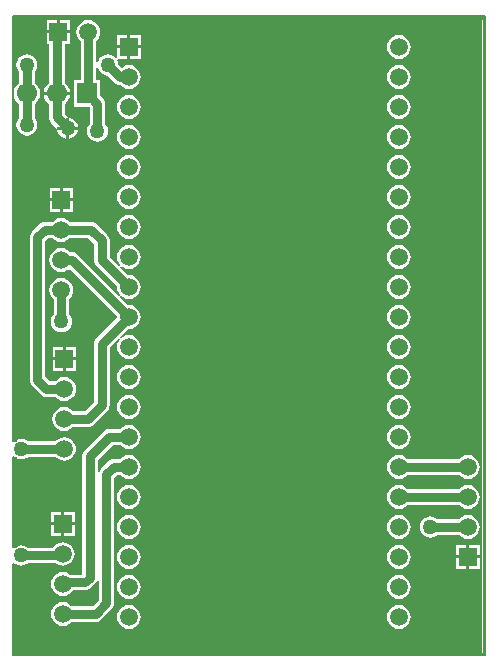
<source format=gbl>
%FSDAX24Y24*%
%MOIN*%
%SFA1B1*%

%IPPOS*%
%ADD11C,0.031500*%
%ADD12C,0.010000*%
%ADD13R,0.059100X0.059100*%
%ADD14C,0.059100*%
%ADD15R,0.059100X0.059100*%
%ADD16R,0.066900X0.066900*%
%ADD17C,0.066900*%
%ADD18C,0.050000*%
%ADD31C,0.005000*%
%LNcarteasserv-1*%
%LPD*%
G54D31*
X037525Y013031D02*
X037509Y013025D01*
X037510Y013025*
X021775*
Y016070*
X021787Y016074*
X021782Y016082*
X021860Y016022*
X021952Y015984*
X022050Y015971*
X022147Y015984*
X022239Y016022*
X022294Y016065*
X023195*
X023238Y016033*
X023340Y015990*
X023450Y015975*
X023559Y015990*
X023661Y016033*
X023749Y016100*
X023816Y016188*
X023859Y016290*
X023874Y016400*
X023859Y016509*
X023816Y016611*
X023749Y016699*
X023661Y016766*
X023559Y016809*
X023450Y016824*
X023340Y016809*
X023238Y016766*
X023150Y016699*
X023100Y016635*
X022294*
X022239Y016677*
X022147Y016715*
X022050Y016728*
X021952Y016715*
X021860Y016677*
X021782Y016617*
X021787Y016625*
X021775Y016629*
Y019620*
X021787Y019624*
X021782Y019632*
X021860Y019572*
X021952Y019534*
X022050Y019521*
X022147Y019534*
X022239Y019572*
X022294Y019615*
X023188*
X023200Y019600*
X023288Y019533*
X023390Y019490*
X023500Y019475*
X023609Y019490*
X023711Y019533*
X023799Y019600*
X023866Y019688*
X023909Y019790*
X023924Y019900*
X023909Y020009*
X023866Y020111*
X023799Y020199*
X023711Y020266*
X023609Y020309*
X023500Y020324*
X023390Y020309*
X023288Y020266*
X023200Y020199*
X023188Y020185*
X022294*
X022239Y020227*
X022147Y020265*
X022050Y020278*
X021952Y020265*
X021860Y020227*
X021782Y020167*
X021787Y020175*
X021775Y020179*
Y034310*
X021775Y034309*
X021781Y034325*
X037525*
Y013031*
G54D12*
X037475Y013065D02*
X037498Y013075D01*
X021825*
Y016034*
X021869Y016049*
X022040Y015820*
X021835Y015978*
X021939Y015935*
X022050Y015921*
X022160Y015935*
X022264Y015978*
X022311Y016015*
X023179*
X023213Y015989*
X023327Y015941*
X023450Y015925*
X023572Y015941*
X023686Y015989*
X023785Y016064*
X023860Y016163*
X023907Y016277*
X023924Y016400*
X023907Y016522*
X023860Y016636*
X023785Y016735*
X023686Y016810*
X023572Y016857*
X023450Y016874*
X023327Y016857*
X023213Y016810*
X023114Y016735*
X023075Y016685*
X022311*
X022264Y016721*
X022160Y016764*
X022050Y016778*
X021939Y016764*
X021835Y016721*
X022040Y016879*
X021869Y016650*
X021825Y016665*
Y019584*
X021869Y019599*
X022040Y019370*
X021835Y019528*
X021939Y019485*
X022050Y019471*
X022160Y019485*
X022264Y019528*
X022311Y019565*
X023164*
X023164Y019564*
X023263Y019489*
X023377Y019441*
X023500Y019425*
X023622Y019441*
X023736Y019489*
X023835Y019564*
X023910Y019663*
X023957Y019777*
X023974Y019900*
X023957Y020022*
X023910Y020136*
X023835Y020235*
X023736Y020310*
X023622Y020357*
X023500Y020374*
X023377Y020357*
X023263Y020310*
X023164Y020235*
X023164Y020235*
X022311*
X022264Y020271*
X022160Y020314*
X022050Y020328*
X021939Y020314*
X021835Y020271*
X022040Y020429*
X021869Y020200*
X021825Y020215*
Y034298*
X021815Y034275*
X037475*
Y013065*
X021870Y013080D02*
Y016030D01*
Y016680D02*
Y019590D01*
Y020220D02*
Y034250D01*
X021970Y013080D02*
Y015930D01*
Y016780D02*
Y019470D01*
Y020340D02*
Y034250D01*
X022070Y013080D02*
Y015910D01*
Y016800D02*
Y019470D01*
Y020340D02*
Y034250D01*
X022170Y013080D02*
Y015930D01*
Y016780D02*
Y019490D01*
Y020320D02*
Y034250D01*
X022270Y013080D02*
Y015970D01*
Y016740D02*
Y019530D01*
Y020280D02*
Y034250D01*
X022370Y013080D02*
Y015990D01*
Y016700D02*
Y019550D01*
Y020240D02*
Y034250D01*
X022470Y013080D02*
Y015990D01*
Y016700D02*
Y019550D01*
Y020240D02*
Y034250D01*
X022570Y013080D02*
Y015990D01*
Y016700D02*
Y019550D01*
Y020240D02*
Y034250D01*
X022670Y013080D02*
Y015990D01*
Y016700D02*
Y019550D01*
Y020240D02*
Y034250D01*
X022770Y013080D02*
Y015990D01*
Y016700D02*
Y019550D01*
Y020240D02*
Y034250D01*
X022870Y013080D02*
Y015990D01*
Y016700D02*
Y019550D01*
Y020240D02*
Y034250D01*
X022970Y013080D02*
Y015990D01*
Y016700D02*
Y019550D01*
Y020240D02*
Y034250D01*
X023070Y013080D02*
Y015990D01*
Y016700D02*
Y019550D01*
Y020240D02*
Y034250D01*
X023170Y013080D02*
Y015990D01*
Y016800D02*
Y019550D01*
Y020260D02*
Y034250D01*
X023270Y013080D02*
Y015950D01*
Y016860D02*
Y019470D01*
Y020340D02*
Y034250D01*
X023370Y013080D02*
Y015930D01*
Y016880D02*
Y019430D01*
Y020380D02*
Y034250D01*
X023470Y013080D02*
Y015930D01*
Y016880D02*
Y019430D01*
Y020380D02*
Y034250D01*
X023570Y013080D02*
Y015930D01*
Y016880D02*
Y019430D01*
Y020380D02*
Y034250D01*
X023670Y013080D02*
Y015970D01*
Y016840D02*
Y019450D01*
Y020360D02*
Y034250D01*
X023770Y013080D02*
Y016030D01*
Y016780D02*
Y019510D01*
Y020300D02*
Y034250D01*
X023870Y013080D02*
Y016170D01*
Y016640D02*
Y019590D01*
Y020220D02*
Y034250D01*
X023970Y013080D02*
Y034250D01*
X024070Y013080D02*
Y034250D01*
X024170Y013080D02*
Y034250D01*
X024270Y013080D02*
Y034250D01*
X024370Y013080D02*
Y034250D01*
X024470Y013080D02*
Y034250D01*
X024570Y013080D02*
Y034250D01*
X024670Y013080D02*
Y034250D01*
X024770Y013080D02*
Y034250D01*
X024870Y013080D02*
Y034250D01*
X024970Y013080D02*
Y034250D01*
X025070Y013080D02*
Y034250D01*
X025170Y013080D02*
Y034250D01*
X025270Y013080D02*
Y034250D01*
X025370Y013080D02*
Y034250D01*
X025470Y013080D02*
Y034250D01*
X025570Y013080D02*
Y034250D01*
X025670Y013080D02*
Y034250D01*
X025770Y013080D02*
Y034250D01*
X025870Y013080D02*
Y034250D01*
X025970Y013080D02*
Y034250D01*
X026070Y013080D02*
Y034250D01*
X026170Y013080D02*
Y034250D01*
X026270Y013080D02*
Y034250D01*
X026370Y013080D02*
Y034250D01*
X026470Y013080D02*
Y034250D01*
X026570Y013080D02*
Y034250D01*
X026670Y013080D02*
Y034250D01*
X026770Y013080D02*
Y034250D01*
X026870Y013080D02*
Y034250D01*
X026970Y013080D02*
Y034250D01*
X027070Y013080D02*
Y034250D01*
X027170Y013080D02*
Y034250D01*
X027270Y013080D02*
Y034250D01*
X027370Y013080D02*
Y034250D01*
X027470Y013080D02*
Y034250D01*
X027570Y013080D02*
Y034250D01*
X027670Y013080D02*
Y034250D01*
X027770Y013080D02*
Y034250D01*
X027870Y013080D02*
Y034250D01*
X027970Y013080D02*
Y034250D01*
X028070Y013080D02*
Y034250D01*
X028170Y013080D02*
Y034250D01*
X028270Y013080D02*
Y034250D01*
X028370Y013080D02*
Y034250D01*
X028470Y013080D02*
Y034250D01*
X028570Y013080D02*
Y034250D01*
X028670Y013080D02*
Y034250D01*
X028770Y013080D02*
Y034250D01*
X028870Y013080D02*
Y034250D01*
X028970Y013080D02*
Y034250D01*
X029070Y013080D02*
Y034250D01*
X029170Y013080D02*
Y034250D01*
X029270Y013080D02*
Y034250D01*
X029370Y013080D02*
Y034250D01*
X029470Y013080D02*
Y034250D01*
X029570Y013080D02*
Y034250D01*
X029670Y013080D02*
Y034250D01*
X029770Y013080D02*
Y034250D01*
X029870Y013080D02*
Y034250D01*
X029970Y013080D02*
Y034250D01*
X030070Y013080D02*
Y034250D01*
X030170Y013080D02*
Y034250D01*
X030270Y013080D02*
Y034250D01*
X030370Y013080D02*
Y034250D01*
X030470Y013080D02*
Y034250D01*
X030570Y013080D02*
Y034250D01*
X030670Y013080D02*
Y034250D01*
X030770Y013080D02*
Y034250D01*
X030870Y013080D02*
Y034250D01*
X030970Y013080D02*
Y034250D01*
X031070Y013080D02*
Y034250D01*
X031170Y013080D02*
Y034250D01*
X031270Y013080D02*
Y034250D01*
X031370Y013080D02*
Y034250D01*
X031470Y013080D02*
Y034250D01*
X031570Y013080D02*
Y034250D01*
X031670Y013080D02*
Y034250D01*
X031770Y013080D02*
Y034250D01*
X031870Y013080D02*
Y034250D01*
X031970Y013080D02*
Y034250D01*
X032070Y013080D02*
Y034250D01*
X032170Y013080D02*
Y034250D01*
X032270Y013080D02*
Y034250D01*
X032370Y013080D02*
Y034250D01*
X032470Y013080D02*
Y034250D01*
X032570Y013080D02*
Y034250D01*
X032670Y013080D02*
Y034250D01*
X032770Y013080D02*
Y034250D01*
X032870Y013080D02*
Y034250D01*
X032970Y013080D02*
Y034250D01*
X033070Y013080D02*
Y034250D01*
X033170Y013080D02*
Y034250D01*
X033270Y013080D02*
Y034250D01*
X033370Y013080D02*
Y034250D01*
X033470Y013080D02*
Y034250D01*
X033570Y013080D02*
Y034250D01*
X033670Y013080D02*
Y034250D01*
X033770Y013080D02*
Y034250D01*
X033870Y013080D02*
Y034250D01*
X033970Y013080D02*
Y034250D01*
X034070Y013080D02*
Y034250D01*
X034170Y013080D02*
Y034250D01*
X034270Y013080D02*
Y034250D01*
X034370Y013080D02*
Y034250D01*
X034470Y013080D02*
Y034250D01*
X034570Y013080D02*
Y034250D01*
X034670Y013080D02*
Y034250D01*
X034770Y013080D02*
Y034250D01*
X034870Y013080D02*
Y034250D01*
X034970Y013080D02*
Y034250D01*
X035070Y013080D02*
Y034250D01*
X035170Y013080D02*
Y034250D01*
X035270Y013080D02*
Y034250D01*
X035370Y013080D02*
Y034250D01*
X035470Y013080D02*
Y034250D01*
X035570Y013080D02*
Y034250D01*
X035670Y013080D02*
Y034250D01*
X035770Y013080D02*
Y034250D01*
X035870Y013080D02*
Y034250D01*
X035970Y013080D02*
Y034250D01*
X036070Y013080D02*
Y034250D01*
X036170Y013080D02*
Y034250D01*
X036270Y013080D02*
Y034250D01*
X036370Y013080D02*
Y034250D01*
X036470Y013080D02*
Y034250D01*
X036570Y013080D02*
Y034250D01*
X036670Y013080D02*
Y034250D01*
X036770Y013080D02*
Y034250D01*
X036870Y013080D02*
Y034250D01*
X036970Y013080D02*
Y034250D01*
X037070Y013080D02*
Y034250D01*
X037170Y013080D02*
Y034250D01*
X037270Y013080D02*
Y034250D01*
X037370Y013080D02*
Y034250D01*
%LNcarteasserv-2*%
%LPC*%
G36*
X025650Y020699D02*
X025547Y020685D01*
X025451Y020645*
X025368Y020582*
X025351Y020560*
X025000*
X024933Y020551*
X024870Y020525*
X024816Y020484*
X024166Y019834*
X024125Y019780*
X024099Y019717*
X024090Y019650*
Y015710*
X023696*
X023649Y015745*
X023553Y015785*
X023450Y015799*
X023347Y015785*
X023251Y015745*
X023168Y015682*
X023105Y015599*
X023065Y015503*
X023051Y015400*
X023065Y015297*
X023105Y015201*
X023168Y015118*
X023251Y015055*
X023347Y015015*
X023450Y015001*
X023553Y015015*
X023649Y015055*
X023732Y015118*
X023787Y015190*
X024200*
X024267Y015199*
X024330Y015225*
X024384Y015266*
X024534Y015416*
X024575Y015470*
X024591Y015510*
X024640Y015500*
Y014858*
X024442Y014660*
X023749*
X023732Y014682*
X023649Y014745*
X023553Y014785*
X023450Y014799*
X023347Y014785*
X023251Y014745*
X023168Y014682*
X023105Y014599*
X023065Y014503*
X023051Y014400*
X023065Y014297*
X023105Y014201*
X023168Y014118*
X023251Y014055*
X023347Y014015*
X023450Y014001*
X023553Y014015*
X023649Y014055*
X023732Y014118*
X023749Y014140*
X024550*
X024617Y014149*
X024680Y014175*
X024734Y014216*
X025084Y014566*
X025125Y014620*
X025151Y014683*
X025160Y014750*
Y018942*
X025258Y019040*
X025351*
X025368Y019018*
X025451Y018955*
X025547Y018915*
X025650Y018901*
X025753Y018915*
X025849Y018955*
X025932Y019018*
X025995Y019101*
X026035Y019197*
X026049Y019300*
X026035Y019403*
X025995Y019499*
X025932Y019582*
X025849Y019645*
X025753Y019685*
X025650Y019699*
X025547Y019685*
X025451Y019645*
X025368Y019582*
X025351Y019560*
X025150*
X025083Y019551*
X025020Y019525*
X024966Y019484*
X024716Y019234*
X024675Y019180*
X024659Y019140*
X024610Y019150*
Y019542*
X025108Y020040*
X025351*
X025368Y020018*
X025451Y019955*
X025547Y019915*
X025650Y019901*
X025753Y019915*
X025849Y019955*
X025932Y020018*
X025995Y020101*
X026035Y020197*
X026049Y020300*
X026035Y020403*
X025995Y020499*
X025932Y020582*
X025849Y020645*
X025753Y020685*
X025650Y020699*
G37*
G36*
X034650D02*
X034547Y020685D01*
X034451Y020645*
X034368Y020582*
X034305Y020499*
X034265Y020403*
X034251Y020300*
X034265Y020197*
X034305Y020101*
X034368Y020018*
X034451Y019955*
X034547Y019915*
X034650Y019901*
X034753Y019915*
X034849Y019955*
X034932Y020018*
X034995Y020101*
X035035Y020197*
X035049Y020300*
X035035Y020403*
X034995Y020499*
X034932Y020582*
X034849Y020645*
X034753Y020685*
X034650Y020699*
G37*
G36*
X025650Y021699D02*
X025547Y021685D01*
X025451Y021645*
X025368Y021582*
X025305Y021499*
X025265Y021403*
X025251Y021300*
X025265Y021197*
X025305Y021101*
X025368Y021018*
X025451Y020955*
X025547Y020915*
X025650Y020901*
X025753Y020915*
X025849Y020955*
X025932Y021018*
X025995Y021101*
X026035Y021197*
X026049Y021300*
X026035Y021403*
X025995Y021499*
X025932Y021582*
X025849Y021645*
X025753Y021685*
X025650Y021699*
G37*
G36*
X036950Y019699D02*
X036847Y019685D01*
X036751Y019645*
X036668Y019582*
X036651Y019560*
X034949*
X034932Y019582*
X034849Y019645*
X034753Y019685*
X034650Y019699*
X034547Y019685*
X034451Y019645*
X034368Y019582*
X034305Y019499*
X034265Y019403*
X034251Y019300*
X034265Y019197*
X034305Y019101*
X034368Y019018*
X034451Y018955*
X034547Y018915*
X034650Y018901*
X034753Y018915*
X034849Y018955*
X034932Y019018*
X034949Y019040*
X036651*
X036668Y019018*
X036751Y018955*
X036847Y018915*
X036950Y018901*
X037053Y018915*
X037149Y018955*
X037232Y019018*
X037295Y019101*
X037335Y019197*
X037349Y019300*
X037335Y019403*
X037295Y019499*
X037232Y019582*
X037149Y019645*
X037053Y019685*
X036950Y019699*
G37*
G36*
X025650Y018699D02*
X025547Y018685D01*
X025451Y018645*
X025368Y018582*
X025305Y018499*
X025265Y018403*
X025251Y018300*
X025265Y018197*
X025305Y018101*
X025368Y018018*
X025451Y017955*
X025547Y017915*
X025650Y017901*
X025753Y017915*
X025849Y017955*
X025932Y018018*
X025995Y018101*
X026035Y018197*
X026049Y018300*
X026035Y018403*
X025995Y018499*
X025932Y018582*
X025849Y018645*
X025753Y018685*
X025650Y018699*
G37*
G36*
X036950D02*
X036847Y018685D01*
X036751Y018645*
X036668Y018582*
X036651Y018560*
X034949*
X034932Y018582*
X034849Y018645*
X034753Y018685*
X034650Y018699*
X034547Y018685*
X034451Y018645*
X034368Y018582*
X034305Y018499*
X034265Y018403*
X034251Y018300*
X034265Y018197*
X034305Y018101*
X034368Y018018*
X034451Y017955*
X034547Y017915*
X034650Y017901*
X034753Y017915*
X034849Y017955*
X034932Y018018*
X034949Y018040*
X036651*
X036668Y018018*
X036751Y017955*
X036847Y017915*
X036950Y017901*
X037053Y017915*
X037149Y017955*
X037232Y018018*
X037295Y018101*
X037335Y018197*
X037349Y018300*
X037335Y018403*
X037295Y018499*
X037232Y018582*
X037149Y018645*
X037053Y018685*
X036950Y018699*
G37*
G36*
Y017699D02*
X036847Y017685D01*
X036751Y017645*
X036668Y017582*
X036651Y017560*
X035936*
X035877Y017606*
X035791Y017641*
X035700Y017653*
X035609Y017641*
X035523Y017606*
X035450Y017550*
X035394Y017477*
X035359Y017391*
X035347Y017300*
X035359Y017209*
X035394Y017123*
X035450Y017050*
X035523Y016994*
X035609Y016959*
X035700Y016947*
X035791Y016959*
X035877Y016994*
X035936Y017040*
X036651*
X036668Y017018*
X036751Y016955*
X036847Y016915*
X036950Y016901*
X037053Y016915*
X037149Y016955*
X037232Y017018*
X037295Y017101*
X037335Y017197*
X037349Y017300*
X037335Y017403*
X037295Y017499*
X037232Y017582*
X037149Y017645*
X037053Y017685*
X036950Y017699*
G37*
G36*
X034650Y023699D02*
X034547Y023685D01*
X034451Y023645*
X034368Y023582*
X034305Y023499*
X034265Y023403*
X034251Y023300*
X034265Y023197*
X034305Y023101*
X034368Y023018*
X034451Y022955*
X034547Y022915*
X034650Y022901*
X034753Y022915*
X034849Y022955*
X034932Y023018*
X034995Y023101*
X035035Y023197*
X035049Y023300*
X035035Y023403*
X034995Y023499*
X034932Y023582*
X034849Y023645*
X034753Y023685*
X034650Y023699*
G37*
G36*
X023895Y022850D02*
X023550D01*
Y022505*
X023895*
Y022850*
G37*
G36*
Y023295D02*
X023550D01*
Y022950*
X023895*
Y023295*
G37*
G36*
X023450D02*
X023105D01*
Y022950*
X023450*
Y023295*
G37*
G36*
X025650Y022699D02*
X025547Y022685D01*
X025451Y022645*
X025368Y022582*
X025305Y022499*
X025265Y022403*
X025251Y022300*
X025265Y022197*
X025305Y022101*
X025368Y022018*
X025451Y021955*
X025547Y021915*
X025650Y021901*
X025753Y021915*
X025849Y021955*
X025932Y022018*
X025995Y022101*
X026035Y022197*
X026049Y022300*
X026035Y022403*
X025995Y022499*
X025932Y022582*
X025849Y022645*
X025753Y022685*
X025650Y022699*
G37*
G36*
X034650Y021699D02*
X034547Y021685D01*
X034451Y021645*
X034368Y021582*
X034305Y021499*
X034265Y021403*
X034251Y021300*
X034265Y021197*
X034305Y021101*
X034368Y021018*
X034451Y020955*
X034547Y020915*
X034650Y020901*
X034753Y020915*
X034849Y020955*
X034932Y021018*
X034995Y021101*
X035035Y021197*
X035049Y021300*
X035035Y021403*
X034995Y021499*
X034932Y021582*
X034849Y021645*
X034753Y021685*
X034650Y021699*
G37*
G36*
X023450Y022850D02*
X023105D01*
Y022505*
X023450*
Y022850*
G37*
G36*
X034650Y022699D02*
X034547Y022685D01*
X034451Y022645*
X034368Y022582*
X034305Y022499*
X034265Y022403*
X034251Y022300*
X034265Y022197*
X034305Y022101*
X034368Y022018*
X034451Y021955*
X034547Y021915*
X034650Y021901*
X034753Y021915*
X034849Y021955*
X034932Y022018*
X034995Y022101*
X035035Y022197*
X035049Y022300*
X035035Y022403*
X034995Y022499*
X034932Y022582*
X034849Y022645*
X034753Y022685*
X034650Y022699*
G37*
G36*
Y016699D02*
X034547Y016685D01*
X034451Y016645*
X034368Y016582*
X034305Y016499*
X034265Y016403*
X034251Y016300*
X034265Y016197*
X034305Y016101*
X034368Y016018*
X034451Y015955*
X034547Y015915*
X034650Y015901*
X034753Y015915*
X034849Y015955*
X034932Y016018*
X034995Y016101*
X035035Y016197*
X035049Y016300*
X035035Y016403*
X034995Y016499*
X034932Y016582*
X034849Y016645*
X034753Y016685*
X034650Y016699*
G37*
G36*
X025650D02*
X025547Y016685D01*
X025451Y016645*
X025368Y016582*
X025305Y016499*
X025265Y016403*
X025251Y016300*
X025265Y016197*
X025305Y016101*
X025368Y016018*
X025451Y015955*
X025547Y015915*
X025650Y015901*
X025753Y015915*
X025849Y015955*
X025932Y016018*
X025995Y016101*
X026035Y016197*
X026049Y016300*
X026035Y016403*
X025995Y016499*
X025932Y016582*
X025849Y016645*
X025753Y016685*
X025650Y016699*
G37*
G36*
X037345Y016250D02*
X037000D01*
Y015905*
X037345*
Y016250*
G37*
G36*
X036900D02*
X036555D01*
Y015905*
X036900*
Y016250*
G37*
G36*
X034650Y014699D02*
X034547Y014685D01*
X034451Y014645*
X034368Y014582*
X034305Y014499*
X034265Y014403*
X034251Y014300*
X034265Y014197*
X034305Y014101*
X034368Y014018*
X034451Y013955*
X034547Y013915*
X034650Y013901*
X034753Y013915*
X034849Y013955*
X034932Y014018*
X034995Y014101*
X035035Y014197*
X035049Y014300*
X035035Y014403*
X034995Y014499*
X034932Y014582*
X034849Y014645*
X034753Y014685*
X034650Y014699*
G37*
G36*
X025650D02*
X025547Y014685D01*
X025451Y014645*
X025368Y014582*
X025305Y014499*
X025265Y014403*
X025251Y014300*
X025265Y014197*
X025305Y014101*
X025368Y014018*
X025451Y013955*
X025547Y013915*
X025650Y013901*
X025753Y013915*
X025849Y013955*
X025932Y014018*
X025995Y014101*
X026035Y014197*
X026049Y014300*
X026035Y014403*
X025995Y014499*
X025932Y014582*
X025849Y014645*
X025753Y014685*
X025650Y014699*
G37*
G36*
X034650Y015699D02*
X034547Y015685D01*
X034451Y015645*
X034368Y015582*
X034305Y015499*
X034265Y015403*
X034251Y015300*
X034265Y015197*
X034305Y015101*
X034368Y015018*
X034451Y014955*
X034547Y014915*
X034650Y014901*
X034753Y014915*
X034849Y014955*
X034932Y015018*
X034995Y015101*
X035035Y015197*
X035049Y015300*
X035035Y015403*
X034995Y015499*
X034932Y015582*
X034849Y015645*
X034753Y015685*
X034650Y015699*
G37*
G36*
X025650D02*
X025547Y015685D01*
X025451Y015645*
X025368Y015582*
X025305Y015499*
X025265Y015403*
X025251Y015300*
X025265Y015197*
X025305Y015101*
X025368Y015018*
X025451Y014955*
X025547Y014915*
X025650Y014901*
X025753Y014915*
X025849Y014955*
X025932Y015018*
X025995Y015101*
X026035Y015197*
X026049Y015300*
X026035Y015403*
X025995Y015499*
X025932Y015582*
X025849Y015645*
X025753Y015685*
X025650Y015699*
G37*
G36*
X023845Y017350D02*
X023500D01*
Y017005*
X023845*
Y017350*
G37*
G36*
X023400D02*
X023055D01*
Y017005*
X023400*
Y017350*
G37*
G36*
X023845Y017795D02*
X023500D01*
Y017450*
X023845*
Y017795*
G37*
G36*
X023400D02*
X023055D01*
Y017450*
X023400*
Y017795*
G37*
G36*
X037345Y016695D02*
X037000D01*
Y016350*
X037345*
Y016695*
G37*
G36*
X036900D02*
X036555D01*
Y016350*
X036900*
Y016695*
G37*
G36*
X034650Y017699D02*
X034547Y017685D01*
X034451Y017645*
X034368Y017582*
X034305Y017499*
X034265Y017403*
X034251Y017300*
X034265Y017197*
X034305Y017101*
X034368Y017018*
X034451Y016955*
X034547Y016915*
X034650Y016901*
X034753Y016915*
X034849Y016955*
X034932Y017018*
X034995Y017101*
X035035Y017197*
X035049Y017300*
X035035Y017403*
X034995Y017499*
X034932Y017582*
X034849Y017645*
X034753Y017685*
X034650Y017699*
G37*
G36*
X025650D02*
X025547Y017685D01*
X025451Y017645*
X025368Y017582*
X025305Y017499*
X025265Y017403*
X025251Y017300*
X025265Y017197*
X025305Y017101*
X025368Y017018*
X025451Y016955*
X025547Y016915*
X025650Y016901*
X025753Y016915*
X025849Y016955*
X025932Y017018*
X025995Y017101*
X026035Y017197*
X026049Y017300*
X026035Y017403*
X025995Y017499*
X025932Y017582*
X025849Y017645*
X025753Y017685*
X025650Y017699*
G37*
G36*
X023400Y025599D02*
X023297Y025585D01*
X023201Y025545*
X023118Y025482*
X023055Y025399*
X023015Y025303*
X023001Y025200*
X023015Y025097*
X023055Y025001*
X023118Y024918*
X023140Y024901*
Y024386*
X023094Y024327*
X023059Y024241*
X023047Y024150*
X023059Y024059*
X023094Y023973*
X023150Y023900*
X023223Y023844*
X023309Y023809*
X023400Y023797*
X023491Y023809*
X023577Y023844*
X023650Y023900*
X023706Y023973*
X023741Y024059*
X023753Y024150*
X023741Y024241*
X023706Y024327*
X023660Y024386*
Y024901*
X023682Y024918*
X023745Y025001*
X023785Y025097*
X023799Y025200*
X023785Y025303*
X023745Y025399*
X023682Y025482*
X023599Y025545*
X023503Y025585*
X023400Y025599*
G37*
G36*
X034650Y031699D02*
X034547Y031685D01*
X034451Y031645*
X034368Y031582*
X034305Y031499*
X034265Y031403*
X034251Y031300*
X034265Y031197*
X034305Y031101*
X034368Y031018*
X034451Y030955*
X034547Y030915*
X034650Y030901*
X034753Y030915*
X034849Y030955*
X034932Y031018*
X034995Y031101*
X035035Y031197*
X035049Y031300*
X035035Y031403*
X034995Y031499*
X034932Y031582*
X034849Y031645*
X034753Y031685*
X034650Y031699*
G37*
G36*
X025650D02*
X025547Y031685D01*
X025451Y031645*
X025368Y031582*
X025305Y031499*
X025265Y031403*
X025251Y031300*
X025265Y031197*
X025305Y031101*
X025368Y031018*
X025451Y030955*
X025547Y030915*
X025650Y030901*
X025753Y030915*
X025849Y030955*
X025932Y031018*
X025995Y031101*
X026035Y031197*
X026049Y031300*
X026035Y031403*
X025995Y031499*
X025932Y031582*
X025849Y031645*
X025753Y031685*
X025650Y031699*
G37*
G36*
X023695Y033750D02*
X022905D01*
Y033405*
X022990*
Y032099*
X022940Y032060*
X022870Y031969*
X022827Y031863*
X022818Y031800*
X023682*
X023673Y031863*
X023630Y031969*
X023560Y032060*
X023510Y032099*
Y033405*
X023695*
Y033750*
G37*
G36*
X023682Y031700D02*
X022818D01*
X022827Y031637*
X022870Y031531*
X022940Y031440*
X022990Y031401*
Y030950*
X022999Y030883*
X023025Y030820*
X023066Y030766*
X023254Y030579*
X023252Y030595*
X023258Y030645*
X023555*
Y030942*
X023605Y030948*
X023621Y030946*
X023510Y031058*
Y031401*
X023560Y031440*
X023630Y031531*
X023673Y031637*
X023682Y031700*
G37*
G36*
X023951Y030545D02*
X023655D01*
Y030249*
X023696Y030254*
X023781Y030290*
X023854Y030346*
X023910Y030419*
X023946Y030504*
X023951Y030545*
G37*
G36*
X023555D02*
X023258D01*
X023264Y030504*
X023299Y030419*
X023355Y030346*
X023428Y030290*
X023513Y030254*
X023555Y030249*
Y030545*
G37*
G36*
X023655Y030942D02*
Y030645D01*
X023951*
X023946Y030687*
X023910Y030772*
X023854Y030845*
X023781Y030901*
X023696Y030936*
X023655Y030942*
G37*
G36*
X022250Y033053D02*
X022159Y033041D01*
X022073Y033006*
X022000Y032950*
X021944Y032877*
X021909Y032791*
X021897Y032700*
X021909Y032609*
X021944Y032523*
X021990Y032464*
Y032099*
X021940Y032060*
X021870Y031969*
X021827Y031863*
X021812Y031750*
X021827Y031637*
X021870Y031531*
X021940Y031440*
X021990Y031401*
Y030936*
X021944Y030877*
X021909Y030791*
X021897Y030700*
X021909Y030609*
X021944Y030523*
X022000Y030450*
X022073Y030394*
X022159Y030359*
X022250Y030347*
X022341Y030359*
X022427Y030394*
X022500Y030450*
X022556Y030523*
X022591Y030609*
X022603Y030700*
X022591Y030791*
X022556Y030877*
X022510Y030936*
Y031401*
X022560Y031440*
X022630Y031531*
X022673Y031637*
X022688Y031750*
X022673Y031863*
X022630Y031969*
X022560Y032060*
X022510Y032099*
Y032464*
X022556Y032523*
X022591Y032609*
X022603Y032700*
X022591Y032791*
X022556Y032877*
X022500Y032950*
X022427Y033006*
X022341Y033041*
X022250Y033053*
G37*
G36*
X026045Y033695D02*
X025700D01*
Y033350*
X026045*
Y033695*
G37*
G36*
X025600D02*
X025255D01*
Y033350*
X025600*
Y033695*
G37*
G36*
X023695Y034195D02*
X023350D01*
Y033850*
X023695*
Y034195*
G37*
G36*
X023250D02*
X022905D01*
Y033850*
X023250*
Y034195*
G37*
G36*
X034650Y032699D02*
X034547Y032685D01*
X034451Y032645*
X034368Y032582*
X034305Y032499*
X034265Y032403*
X034251Y032300*
X034265Y032197*
X034305Y032101*
X034368Y032018*
X034451Y031955*
X034547Y031915*
X034650Y031901*
X034753Y031915*
X034849Y031955*
X034932Y032018*
X034995Y032101*
X035035Y032197*
X035049Y032300*
X035035Y032403*
X034995Y032499*
X034932Y032582*
X034849Y032645*
X034753Y032685*
X034650Y032699*
G37*
G36*
X024300Y034199D02*
X024197Y034185D01*
X024101Y034145*
X024018Y034082*
X023955Y033999*
X023915Y033903*
X023901Y033800*
X023915Y033697*
X023955Y033601*
X024018Y033518*
X024040Y033501*
Y032185*
X023815*
Y031315*
X024317*
X024340Y031292*
Y030736*
X024294Y030677*
X024259Y030591*
X024247Y030500*
X024259Y030409*
X024294Y030323*
X024350Y030250*
X024423Y030194*
X024509Y030159*
X024600Y030147*
X024691Y030159*
X024777Y030194*
X024850Y030250*
X024906Y030323*
X024941Y030409*
X024953Y030500*
X024941Y030591*
X024906Y030677*
X024860Y030736*
Y031400*
X024851Y031467*
X024825Y031530*
X024784Y031584*
X024685Y031683*
Y032185*
X024560*
Y032602*
X024609Y032609*
X024644Y032523*
X024700Y032450*
X024773Y032394*
X024859Y032359*
X024934Y032349*
X025166Y032116*
X025220Y032075*
X025283Y032049*
X025350Y032040*
X025351*
X025368Y032018*
X025451Y031955*
X025547Y031915*
X025650Y031901*
X025753Y031915*
X025849Y031955*
X025932Y032018*
X025995Y032101*
X026035Y032197*
X026049Y032300*
X026035Y032403*
X025995Y032499*
X025932Y032582*
X025849Y032645*
X025753Y032685*
X025650Y032699*
X025547Y032685*
X025451Y032645*
X025406Y032611*
X025301Y032716*
X025291Y032791*
X025261Y032863*
X025285Y032899*
X025292Y032905*
X025600*
Y033250*
X025255*
Y032956*
X025207Y032940*
X025200Y032950*
X025127Y033006*
X025041Y033041*
X024950Y033053*
X024859Y033041*
X024773Y033006*
X024700Y032950*
X024644Y032877*
X024609Y032791*
X024560Y032798*
Y033501*
X024582Y033518*
X024645Y033601*
X024685Y033697*
X024699Y033800*
X024685Y033903*
X024645Y033999*
X024582Y034082*
X024499Y034145*
X024403Y034185*
X024300Y034199*
G37*
G36*
X026045Y033250D02*
X025700D01*
Y032905*
X026045*
Y033250*
G37*
G36*
X034650Y033699D02*
X034547Y033685D01*
X034451Y033645*
X034368Y033582*
X034305Y033499*
X034265Y033403*
X034251Y033300*
X034265Y033197*
X034305Y033101*
X034368Y033018*
X034451Y032955*
X034547Y032915*
X034650Y032901*
X034753Y032915*
X034849Y032955*
X034932Y033018*
X034995Y033101*
X035035Y033197*
X035049Y033300*
X035035Y033403*
X034995Y033499*
X034932Y033582*
X034849Y033645*
X034753Y033685*
X034650Y033699*
G37*
G36*
Y027699D02*
X034547Y027685D01*
X034451Y027645*
X034368Y027582*
X034305Y027499*
X034265Y027403*
X034251Y027300*
X034265Y027197*
X034305Y027101*
X034368Y027018*
X034451Y026955*
X034547Y026915*
X034650Y026901*
X034753Y026915*
X034849Y026955*
X034932Y027018*
X034995Y027101*
X035035Y027197*
X035049Y027300*
X035035Y027403*
X034995Y027499*
X034932Y027582*
X034849Y027645*
X034753Y027685*
X034650Y027699*
G37*
G36*
X025650D02*
X025547Y027685D01*
X025451Y027645*
X025368Y027582*
X025305Y027499*
X025265Y027403*
X025251Y027300*
X025265Y027197*
X025305Y027101*
X025368Y027018*
X025451Y026955*
X025547Y026915*
X025650Y026901*
X025753Y026915*
X025849Y026955*
X025932Y027018*
X025995Y027101*
X026035Y027197*
X026049Y027300*
X026035Y027403*
X025995Y027499*
X025932Y027582*
X025849Y027645*
X025753Y027685*
X025650Y027699*
G37*
G36*
X023795Y028150D02*
X023450D01*
Y027805*
X023795*
Y028150*
G37*
G36*
X023350D02*
X023005D01*
Y027805*
X023350*
Y028150*
G37*
G36*
X034650Y025699D02*
X034547Y025685D01*
X034451Y025645*
X034368Y025582*
X034305Y025499*
X034265Y025403*
X034251Y025300*
X034265Y025197*
X034305Y025101*
X034368Y025018*
X034451Y024955*
X034547Y024915*
X034650Y024901*
X034753Y024915*
X034849Y024955*
X034932Y025018*
X034995Y025101*
X035035Y025197*
X035049Y025300*
X035035Y025403*
X034995Y025499*
X034932Y025582*
X034849Y025645*
X034753Y025685*
X034650Y025699*
G37*
G36*
Y024699D02*
X034547Y024685D01*
X034451Y024645*
X034368Y024582*
X034305Y024499*
X034265Y024403*
X034251Y024300*
X034265Y024197*
X034305Y024101*
X034368Y024018*
X034451Y023955*
X034547Y023915*
X034650Y023901*
X034753Y023915*
X034849Y023955*
X034932Y024018*
X034995Y024101*
X035035Y024197*
X035049Y024300*
X035035Y024403*
X034995Y024499*
X034932Y024582*
X034849Y024645*
X034753Y024685*
X034650Y024699*
G37*
G36*
Y026699D02*
X034547Y026685D01*
X034451Y026645*
X034368Y026582*
X034305Y026499*
X034265Y026403*
X034251Y026300*
X034265Y026197*
X034305Y026101*
X034368Y026018*
X034451Y025955*
X034547Y025915*
X034650Y025901*
X034753Y025915*
X034849Y025955*
X034932Y026018*
X034995Y026101*
X035035Y026197*
X035049Y026300*
X035035Y026403*
X034995Y026499*
X034932Y026582*
X034849Y026645*
X034753Y026685*
X034650Y026699*
G37*
G36*
X023400Y027599D02*
X023297Y027585D01*
X023201Y027545*
X023118Y027482*
X023101Y027460*
X022850*
X022783Y027451*
X022720Y027425*
X022666Y027384*
X022416Y027134*
X022375Y027080*
X022349Y027017*
X022340Y026950*
Y022200*
X022349Y022133*
X022375Y022070*
X022416Y022016*
X022716Y021716*
X022770Y021675*
X022833Y021649*
X022900Y021640*
X023201*
X023218Y021618*
X023301Y021555*
X023397Y021515*
X023500Y021501*
X023603Y021515*
X023699Y021555*
X023782Y021618*
X023845Y021701*
X023885Y021797*
X023899Y021900*
X023885Y022003*
X023845Y022099*
X023782Y022182*
X023699Y022245*
X023603Y022285*
X023500Y022299*
X023397Y022285*
X023301Y022245*
X023218Y022182*
X023201Y022160*
X023008*
X022860Y022308*
Y026842*
X022958Y026940*
X023101*
X023118Y026918*
X023201Y026855*
X023297Y026815*
X023400Y026801*
X023503Y026815*
X023599Y026855*
X023682Y026918*
X023699Y026940*
X024292*
X024490Y026742*
Y026200*
X024499Y026133*
X024525Y026070*
X024566Y026016*
X025255Y025328*
X025251Y025300*
X025265Y025197*
X025305Y025101*
X025363Y025025*
X025337Y025002*
X025325Y024992*
X023934Y026384*
X023880Y026425*
X023817Y026451*
X023750Y026460*
X023699*
X023682Y026482*
X023599Y026545*
X023503Y026585*
X023400Y026599*
X023297Y026585*
X023201Y026545*
X023118Y026482*
X023055Y026399*
X023015Y026303*
X023001Y026200*
X023015Y026097*
X023055Y026001*
X023118Y025918*
X023201Y025855*
X023297Y025815*
X023400Y025801*
X023503Y025815*
X023599Y025855*
X023672Y025911*
X025255Y024328*
X025251Y024300*
X025255Y024272*
X024566Y023584*
X024525Y023530*
X024499Y023467*
X024490Y023400*
Y021458*
X024192Y021160*
X023799*
X023782Y021182*
X023699Y021245*
X023603Y021285*
X023500Y021299*
X023397Y021285*
X023301Y021245*
X023218Y021182*
X023155Y021099*
X023115Y021003*
X023101Y020900*
X023115Y020797*
X023155Y020701*
X023218Y020618*
X023301Y020555*
X023397Y020515*
X023500Y020501*
X023603Y020515*
X023699Y020555*
X023782Y020618*
X023799Y020640*
X024300*
X024367Y020649*
X024430Y020675*
X024484Y020716*
X024934Y021166*
X024975Y021220*
X025001Y021283*
X025010Y021350*
Y023292*
X025325Y023608*
X025363Y023575*
X025305Y023499*
X025265Y023403*
X025251Y023300*
X025265Y023197*
X025305Y023101*
X025368Y023018*
X025451Y022955*
X025547Y022915*
X025650Y022901*
X025753Y022915*
X025849Y022955*
X025932Y023018*
X025995Y023101*
X026035Y023197*
X026049Y023300*
X026035Y023403*
X025995Y023499*
X025932Y023582*
X025849Y023645*
X025753Y023685*
X025650Y023699*
X025547Y023685*
X025451Y023645*
X025375Y023587*
X025342Y023625*
X025622Y023905*
X025650Y023901*
X025753Y023915*
X025849Y023955*
X025932Y024018*
X025995Y024101*
X026035Y024197*
X026049Y024300*
X026035Y024403*
X025995Y024499*
X025932Y024582*
X025849Y024645*
X025753Y024685*
X025650Y024699*
X025622Y024695*
X025342Y024975*
X025367Y025003*
X025386Y025004*
X025451Y024955*
X025547Y024915*
X025650Y024901*
X025753Y024915*
X025849Y024955*
X025932Y025018*
X025995Y025101*
X026035Y025197*
X026049Y025300*
X026035Y025403*
X025995Y025499*
X025932Y025582*
X025849Y025645*
X025753Y025685*
X025650Y025699*
X025622Y025695*
X025342Y025975*
X025375Y026013*
X025451Y025955*
X025547Y025915*
X025650Y025901*
X025753Y025915*
X025849Y025955*
X025932Y026018*
X025995Y026101*
X026035Y026197*
X026049Y026300*
X026035Y026403*
X025995Y026499*
X025932Y026582*
X025849Y026645*
X025753Y026685*
X025650Y026699*
X025547Y026685*
X025451Y026645*
X025368Y026582*
X025305Y026499*
X025265Y026403*
X025251Y026300*
X025265Y026197*
X025305Y026101*
X025363Y026025*
X025325Y025992*
X025010Y026308*
Y026850*
X025001Y026917*
X024975Y026980*
X024934Y027034*
X024584Y027384*
X024530Y027425*
X024467Y027451*
X024400Y027460*
X023699*
X023682Y027482*
X023599Y027545*
X023503Y027585*
X023400Y027599*
G37*
G36*
X034650Y029699D02*
X034547Y029685D01*
X034451Y029645*
X034368Y029582*
X034305Y029499*
X034265Y029403*
X034251Y029300*
X034265Y029197*
X034305Y029101*
X034368Y029018*
X034451Y028955*
X034547Y028915*
X034650Y028901*
X034753Y028915*
X034849Y028955*
X034932Y029018*
X034995Y029101*
X035035Y029197*
X035049Y029300*
X035035Y029403*
X034995Y029499*
X034932Y029582*
X034849Y029645*
X034753Y029685*
X034650Y029699*
G37*
G36*
X025650D02*
X025547Y029685D01*
X025451Y029645*
X025368Y029582*
X025305Y029499*
X025265Y029403*
X025251Y029300*
X025265Y029197*
X025305Y029101*
X025368Y029018*
X025451Y028955*
X025547Y028915*
X025650Y028901*
X025753Y028915*
X025849Y028955*
X025932Y029018*
X025995Y029101*
X026035Y029197*
X026049Y029300*
X026035Y029403*
X025995Y029499*
X025932Y029582*
X025849Y029645*
X025753Y029685*
X025650Y029699*
G37*
G36*
X034650Y030699D02*
X034547Y030685D01*
X034451Y030645*
X034368Y030582*
X034305Y030499*
X034265Y030403*
X034251Y030300*
X034265Y030197*
X034305Y030101*
X034368Y030018*
X034451Y029955*
X034547Y029915*
X034650Y029901*
X034753Y029915*
X034849Y029955*
X034932Y030018*
X034995Y030101*
X035035Y030197*
X035049Y030300*
X035035Y030403*
X034995Y030499*
X034932Y030582*
X034849Y030645*
X034753Y030685*
X034650Y030699*
G37*
G36*
X025650D02*
X025547Y030685D01*
X025451Y030645*
X025368Y030582*
X025305Y030499*
X025265Y030403*
X025251Y030300*
X025265Y030197*
X025305Y030101*
X025368Y030018*
X025451Y029955*
X025547Y029915*
X025650Y029901*
X025753Y029915*
X025849Y029955*
X025932Y030018*
X025995Y030101*
X026035Y030197*
X026049Y030300*
X026035Y030403*
X025995Y030499*
X025932Y030582*
X025849Y030645*
X025753Y030685*
X025650Y030699*
G37*
G36*
X034650Y028699D02*
X034547Y028685D01*
X034451Y028645*
X034368Y028582*
X034305Y028499*
X034265Y028403*
X034251Y028300*
X034265Y028197*
X034305Y028101*
X034368Y028018*
X034451Y027955*
X034547Y027915*
X034650Y027901*
X034753Y027915*
X034849Y027955*
X034932Y028018*
X034995Y028101*
X035035Y028197*
X035049Y028300*
X035035Y028403*
X034995Y028499*
X034932Y028582*
X034849Y028645*
X034753Y028685*
X034650Y028699*
G37*
G36*
X025650D02*
X025547Y028685D01*
X025451Y028645*
X025368Y028582*
X025305Y028499*
X025265Y028403*
X025251Y028300*
X025265Y028197*
X025305Y028101*
X025368Y028018*
X025451Y027955*
X025547Y027915*
X025650Y027901*
X025753Y027915*
X025849Y027955*
X025932Y028018*
X025995Y028101*
X026035Y028197*
X026049Y028300*
X026035Y028403*
X025995Y028499*
X025932Y028582*
X025849Y028645*
X025753Y028685*
X025650Y028699*
G37*
G36*
X023795Y028595D02*
X023450D01*
Y028250*
X023795*
Y028595*
G37*
G36*
X023350D02*
X023005D01*
Y028250*
X023350*
Y028595*
G37*
%LNcarteasserv-3*%
%LPD*%
G54D11*
X023250Y031750D02*
Y033750D01*
X025350Y032300D02*
X025650D01*
X024950Y032700D02*
X025350Y032300D01*
X022250Y031750D02*
Y032700D01*
X024250Y031750D02*
X024600Y031400D01*
Y030500D02*
Y031400D01*
X023250Y030950D02*
Y031750D01*
Y030950D02*
X023605Y030595D01*
X022250Y030700D02*
Y031750D01*
X024300Y031800D02*
Y033800D01*
X024750Y026200D02*
X025650Y025300D01*
X024750Y026200D02*
Y026850D01*
X024400Y027200D02*
X024750Y026850D01*
X023400Y027200D02*
X024400D01*
X023750Y026200D02*
X025650Y024300D01*
X023400Y026200D02*
X023750D01*
X022850Y027200D02*
X023400D01*
X022600Y026950D02*
X022850Y027200D01*
X022600Y022200D02*
Y026950D01*
Y022200D02*
X022900Y021900D01*
X023500*
X024750Y023400D02*
X025650Y024300D01*
X024750Y021350D02*
Y023400D01*
X024300Y020900D02*
X024750Y021350D01*
X023500Y020900D02*
X024300D01*
X023450Y014400D02*
X024550D01*
X024900Y014750*
Y019050*
X025150Y019300*
X025650*
X023450Y015400D02*
X023500Y015450D01*
X024200*
X024350Y015600*
Y019650*
X025000Y020300*
X025650*
X034650Y019300D02*
X036950D01*
X034650Y018300D02*
X036950D01*
X022050Y016350D02*
X023400D01*
X022050Y019900D02*
X023500D01*
X023400Y024150D02*
Y025200D01*
X035700Y017300D02*
X036950D01*
G54D13*
X023400Y028200D03*
X023500Y022900D03*
X036950Y016300D03*
X023450Y017400D03*
G54D14*
X023400Y027200D03*
Y026200D03*
Y025200D03*
X023500Y021900D03*
Y020900D03*
Y019900D03*
X036950Y017300D03*
Y018300D03*
Y019300D03*
X034650Y014300D03*
Y015300D03*
Y016300D03*
Y017300D03*
Y018300D03*
Y019300D03*
Y020300D03*
Y021300D03*
Y022300D03*
Y023300D03*
Y024300D03*
Y025300D03*
Y026300D03*
Y027300D03*
Y028300D03*
Y029300D03*
Y030300D03*
Y031300D03*
Y032300D03*
Y033300D03*
X025650Y014300D03*
Y015300D03*
Y016300D03*
Y017300D03*
Y018300D03*
Y019300D03*
Y020300D03*
Y021300D03*
Y022300D03*
Y023300D03*
Y024300D03*
Y025300D03*
Y026300D03*
Y027300D03*
Y028300D03*
Y029300D03*
Y030300D03*
Y031300D03*
Y032300D03*
X023450Y016400D03*
Y015400D03*
Y014400D03*
X024300Y033800D03*
G54D15*
X025650Y033300D03*
X023300Y033800D03*
G54D16*
X024250Y031750D03*
G54D17*
X023250Y031750D03*
X022250D03*
G54D18*
X024950Y032700D03*
X022250D03*
X024600Y030500D03*
X023605Y030595D03*
X022250Y030700D03*
X022050Y016350D03*
Y019900D03*
X023400Y024150D03*
X035700Y017300D03*
M02*
</source>
